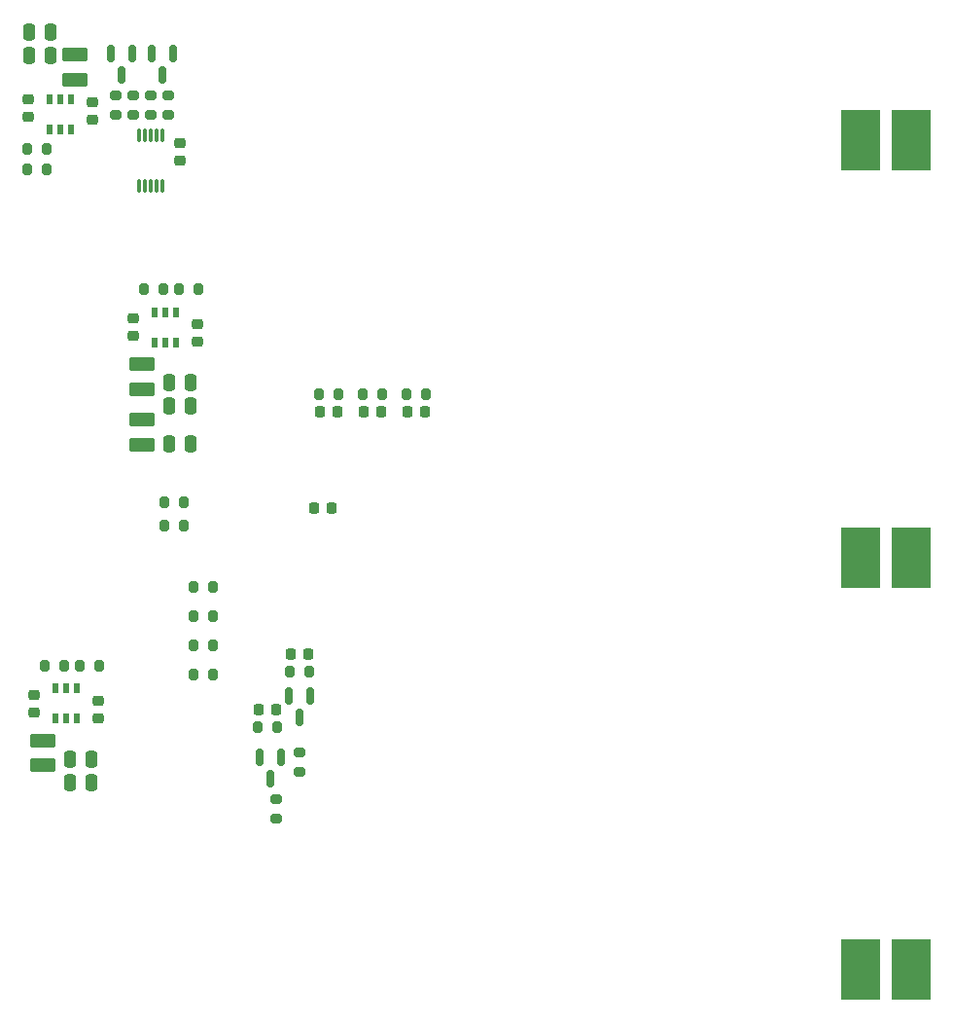
<source format=gbr>
%TF.GenerationSoftware,KiCad,Pcbnew,(6.0.9)*%
%TF.CreationDate,2023-06-09T19:15:00-04:00*%
%TF.ProjectId,HV servo drive v1,48562073-6572-4766-9f20-647269766520,rev?*%
%TF.SameCoordinates,Original*%
%TF.FileFunction,Paste,Bot*%
%TF.FilePolarity,Positive*%
%FSLAX46Y46*%
G04 Gerber Fmt 4.6, Leading zero omitted, Abs format (unit mm)*
G04 Created by KiCad (PCBNEW (6.0.9)) date 2023-06-09 19:15:00*
%MOMM*%
%LPD*%
G01*
G04 APERTURE LIST*
G04 Aperture macros list*
%AMRoundRect*
0 Rectangle with rounded corners*
0 $1 Rounding radius*
0 $2 $3 $4 $5 $6 $7 $8 $9 X,Y pos of 4 corners*
0 Add a 4 corners polygon primitive as box body*
4,1,4,$2,$3,$4,$5,$6,$7,$8,$9,$2,$3,0*
0 Add four circle primitives for the rounded corners*
1,1,$1+$1,$2,$3*
1,1,$1+$1,$4,$5*
1,1,$1+$1,$6,$7*
1,1,$1+$1,$8,$9*
0 Add four rect primitives between the rounded corners*
20,1,$1+$1,$2,$3,$4,$5,0*
20,1,$1+$1,$4,$5,$6,$7,0*
20,1,$1+$1,$6,$7,$8,$9,0*
20,1,$1+$1,$8,$9,$2,$3,0*%
G04 Aperture macros list end*
%ADD10RoundRect,0.250000X-0.250000X-0.475000X0.250000X-0.475000X0.250000X0.475000X-0.250000X0.475000X0*%
%ADD11RoundRect,0.200000X0.200000X0.275000X-0.200000X0.275000X-0.200000X-0.275000X0.200000X-0.275000X0*%
%ADD12RoundRect,0.225000X0.225000X0.250000X-0.225000X0.250000X-0.225000X-0.250000X0.225000X-0.250000X0*%
%ADD13RoundRect,0.225000X-0.250000X0.225000X-0.250000X-0.225000X0.250000X-0.225000X0.250000X0.225000X0*%
%ADD14RoundRect,0.200000X0.275000X-0.200000X0.275000X0.200000X-0.275000X0.200000X-0.275000X-0.200000X0*%
%ADD15RoundRect,0.250000X-0.850000X0.375000X-0.850000X-0.375000X0.850000X-0.375000X0.850000X0.375000X0*%
%ADD16RoundRect,0.225000X0.250000X-0.225000X0.250000X0.225000X-0.250000X0.225000X-0.250000X-0.225000X0*%
%ADD17R,0.508000X0.904700*%
%ADD18RoundRect,0.200000X-0.200000X-0.275000X0.200000X-0.275000X0.200000X0.275000X-0.200000X0.275000X0*%
%ADD19RoundRect,0.150000X-0.150000X0.587500X-0.150000X-0.587500X0.150000X-0.587500X0.150000X0.587500X0*%
%ADD20R,3.352800X5.207000*%
%ADD21RoundRect,0.250000X0.250000X0.475000X-0.250000X0.475000X-0.250000X-0.475000X0.250000X-0.475000X0*%
%ADD22O,0.299999X1.350000*%
%ADD23RoundRect,0.250000X0.850000X-0.375000X0.850000X0.375000X-0.850000X0.375000X-0.850000X-0.375000X0*%
G04 APERTURE END LIST*
D10*
%TO.C,C42*%
X117668000Y-96266000D03*
X119568000Y-96266000D03*
%TD*%
D11*
%TO.C,R9*%
X121475000Y-119126000D03*
X119825000Y-119126000D03*
%TD*%
%TO.C,R32*%
X129857000Y-121412000D03*
X128207000Y-121412000D03*
%TD*%
D12*
%TO.C,C22*%
X131839000Y-107188000D03*
X130289000Y-107188000D03*
%TD*%
D13*
%TO.C,C38*%
X105918000Y-124947749D03*
X105918000Y-123397749D03*
%TD*%
D11*
%TO.C,R8*%
X121475000Y-116586000D03*
X119825000Y-116586000D03*
%TD*%
%TO.C,R37*%
X132397000Y-97282000D03*
X130747000Y-97282000D03*
%TD*%
D13*
%TO.C,C37*%
X114554000Y-90665000D03*
X114554000Y-92215000D03*
%TD*%
D14*
%TO.C,R31*%
X129032000Y-130111000D03*
X129032000Y-128461000D03*
%TD*%
D15*
%TO.C,L2*%
X115316000Y-94683000D03*
X115316000Y-96833000D03*
%TD*%
D10*
%TO.C,C46*%
X117668000Y-101600000D03*
X119568000Y-101600000D03*
%TD*%
D11*
%TO.C,R7*%
X121475000Y-114046000D03*
X119825000Y-114046000D03*
%TD*%
D16*
%TO.C,C40*%
X120142000Y-92723000D03*
X120142000Y-91173000D03*
%TD*%
D10*
%TO.C,C45*%
X110932000Y-128998749D03*
X109032000Y-128998749D03*
%TD*%
D11*
%TO.C,R24*%
X136207000Y-97282000D03*
X134557000Y-97282000D03*
%TD*%
D17*
%TO.C,U8*%
X116397999Y-90136749D03*
X117348000Y-90136749D03*
X118298001Y-90136749D03*
X118298001Y-92743251D03*
X117348000Y-92743251D03*
X116397999Y-92743251D03*
%TD*%
D11*
%TO.C,R35*%
X109919000Y-120904000D03*
X111569000Y-120904000D03*
%TD*%
D17*
%TO.C,U9*%
X107761999Y-125476000D03*
X108712000Y-125476000D03*
X109662001Y-125476000D03*
X109662001Y-122869498D03*
X108712000Y-122869498D03*
X107761999Y-122869498D03*
%TD*%
D15*
%TO.C,L3*%
X106680000Y-129565749D03*
X106680000Y-127415749D03*
%TD*%
D11*
%TO.C,R34*%
X117157000Y-88138000D03*
X115507000Y-88138000D03*
%TD*%
D18*
%TO.C,R14*%
X117285000Y-108712000D03*
X118935000Y-108712000D03*
%TD*%
D12*
%TO.C,C27*%
X136157000Y-98806000D03*
X134607000Y-98806000D03*
%TD*%
%TO.C,C26*%
X127013000Y-124714000D03*
X125463000Y-124714000D03*
%TD*%
D19*
%TO.C,D11*%
X128082000Y-123522500D03*
X129982000Y-123522500D03*
X129032000Y-125397500D03*
%TD*%
D10*
%TO.C,C44*%
X117668000Y-98298000D03*
X119568000Y-98298000D03*
%TD*%
D12*
%TO.C,C39*%
X139967000Y-98806000D03*
X138417000Y-98806000D03*
%TD*%
D16*
%TO.C,C41*%
X111506000Y-123905749D03*
X111506000Y-125455749D03*
%TD*%
D18*
%TO.C,R13*%
X117285000Y-106680000D03*
X118935000Y-106680000D03*
%TD*%
D11*
%TO.C,R36*%
X106871000Y-120904000D03*
X108521000Y-120904000D03*
%TD*%
%TO.C,R33*%
X120205000Y-88138000D03*
X118555000Y-88138000D03*
%TD*%
D15*
%TO.C,L4*%
X115316000Y-99509000D03*
X115316000Y-101659000D03*
%TD*%
D14*
%TO.C,R16*%
X127000000Y-134175000D03*
X127000000Y-132525000D03*
%TD*%
D12*
%TO.C,C31*%
X129807000Y-119888000D03*
X128257000Y-119888000D03*
%TD*%
D11*
%TO.C,R15*%
X121475000Y-121666000D03*
X119825000Y-121666000D03*
%TD*%
D10*
%TO.C,C43*%
X110932000Y-131030749D03*
X109032000Y-131030749D03*
%TD*%
D11*
%TO.C,R46*%
X140017000Y-97282000D03*
X138367000Y-97282000D03*
%TD*%
D19*
%TO.C,D7*%
X125542000Y-128856500D03*
X127442000Y-128856500D03*
X126492000Y-130731500D03*
%TD*%
D12*
%TO.C,C32*%
X132347000Y-98806000D03*
X130797000Y-98806000D03*
%TD*%
D11*
%TO.C,R17*%
X127063000Y-126238000D03*
X125413000Y-126238000D03*
%TD*%
D20*
%TO.C,R63*%
X177863500Y-75184000D03*
X182308500Y-75184000D03*
%TD*%
D16*
%TO.C,C11*%
X110998000Y-73419000D03*
X110998000Y-71869000D03*
%TD*%
D17*
%TO.C,U6*%
X109154001Y-74201251D03*
X108204000Y-74201251D03*
X107253999Y-74201251D03*
X107253999Y-71594749D03*
X108204000Y-71594749D03*
X109154001Y-71594749D03*
%TD*%
D20*
%TO.C,R61*%
X177863500Y-111506000D03*
X182308500Y-111506000D03*
%TD*%
D21*
%TO.C,C19*%
X107376000Y-67818000D03*
X105476000Y-67818000D03*
%TD*%
D14*
%TO.C,R1*%
X117602000Y-72961000D03*
X117602000Y-71311000D03*
%TD*%
D22*
%TO.C,U1*%
X117078001Y-79186999D03*
X116578002Y-79186999D03*
X116078000Y-79186999D03*
X115578001Y-79186999D03*
X115077999Y-79186999D03*
X115077999Y-74736998D03*
X115578001Y-74736998D03*
X116078000Y-74736998D03*
X116578002Y-74736998D03*
X117078001Y-74736998D03*
%TD*%
D14*
%TO.C,R4*%
X114554000Y-72961000D03*
X114554000Y-71311000D03*
%TD*%
D20*
%TO.C,R65*%
X177863500Y-147320000D03*
X182308500Y-147320000D03*
%TD*%
D18*
%TO.C,R5*%
X105347000Y-77724000D03*
X106997000Y-77724000D03*
%TD*%
D21*
%TO.C,C16*%
X107376000Y-65786000D03*
X105476000Y-65786000D03*
%TD*%
D14*
%TO.C,R2*%
X116078000Y-72961000D03*
X116078000Y-71311000D03*
%TD*%
%TO.C,R3*%
X113030000Y-72961000D03*
X113030000Y-71311000D03*
%TD*%
D11*
%TO.C,R6*%
X106997000Y-75946000D03*
X105347000Y-75946000D03*
%TD*%
D13*
%TO.C,C1*%
X118618000Y-75425000D03*
X118618000Y-76975000D03*
%TD*%
D19*
%TO.C,D2*%
X112588000Y-67642500D03*
X114488000Y-67642500D03*
X113538000Y-69517500D03*
%TD*%
D23*
%TO.C,L1*%
X109474000Y-69909000D03*
X109474000Y-67759000D03*
%TD*%
D13*
%TO.C,C13*%
X105410000Y-71615000D03*
X105410000Y-73165000D03*
%TD*%
D19*
%TO.C,D1*%
X116144000Y-67642500D03*
X118044000Y-67642500D03*
X117094000Y-69517500D03*
%TD*%
M02*

</source>
